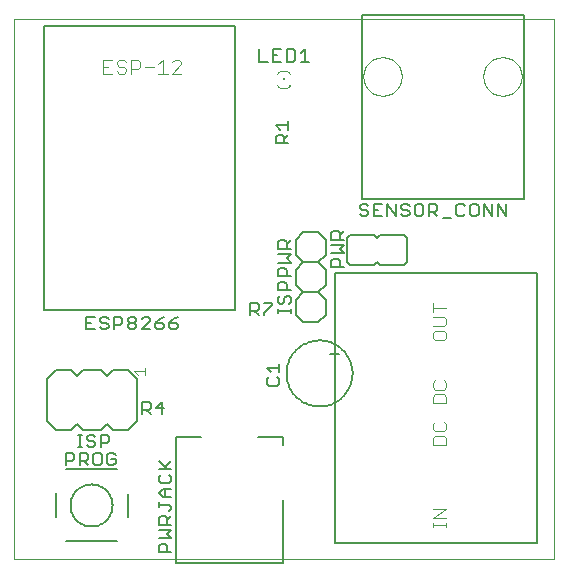
<source format=gto>
G75*
G70*
%OFA0B0*%
%FSLAX24Y24*%
%IPPOS*%
%LPD*%
%AMOC8*
5,1,8,0,0,1.08239X$1,22.5*
%
%ADD10C,0.0000*%
%ADD11C,0.0080*%
%ADD12C,0.0050*%
%ADD13C,0.0040*%
%ADD14C,0.0060*%
%ADD15R,0.0079X0.0079*%
%ADD16R,0.0059X0.0098*%
%ADD17C,0.0030*%
D10*
X000280Y001800D02*
X000280Y019800D01*
X018280Y019800D01*
X018280Y001800D01*
X000280Y001800D01*
X011940Y017900D02*
X011942Y017950D01*
X011948Y018000D01*
X011958Y018049D01*
X011971Y018098D01*
X011989Y018145D01*
X012010Y018191D01*
X012034Y018234D01*
X012062Y018276D01*
X012093Y018316D01*
X012127Y018353D01*
X012164Y018387D01*
X012204Y018418D01*
X012246Y018446D01*
X012289Y018470D01*
X012335Y018491D01*
X012382Y018509D01*
X012431Y018522D01*
X012480Y018532D01*
X012530Y018538D01*
X012580Y018540D01*
X012630Y018538D01*
X012680Y018532D01*
X012729Y018522D01*
X012778Y018509D01*
X012825Y018491D01*
X012871Y018470D01*
X012914Y018446D01*
X012956Y018418D01*
X012996Y018387D01*
X013033Y018353D01*
X013067Y018316D01*
X013098Y018276D01*
X013126Y018234D01*
X013150Y018191D01*
X013171Y018145D01*
X013189Y018098D01*
X013202Y018049D01*
X013212Y018000D01*
X013218Y017950D01*
X013220Y017900D01*
X013218Y017850D01*
X013212Y017800D01*
X013202Y017751D01*
X013189Y017702D01*
X013171Y017655D01*
X013150Y017609D01*
X013126Y017566D01*
X013098Y017524D01*
X013067Y017484D01*
X013033Y017447D01*
X012996Y017413D01*
X012956Y017382D01*
X012914Y017354D01*
X012871Y017330D01*
X012825Y017309D01*
X012778Y017291D01*
X012729Y017278D01*
X012680Y017268D01*
X012630Y017262D01*
X012580Y017260D01*
X012530Y017262D01*
X012480Y017268D01*
X012431Y017278D01*
X012382Y017291D01*
X012335Y017309D01*
X012289Y017330D01*
X012246Y017354D01*
X012204Y017382D01*
X012164Y017413D01*
X012127Y017447D01*
X012093Y017484D01*
X012062Y017524D01*
X012034Y017566D01*
X012010Y017609D01*
X011989Y017655D01*
X011971Y017702D01*
X011958Y017751D01*
X011948Y017800D01*
X011942Y017850D01*
X011940Y017900D01*
X015940Y017900D02*
X015942Y017950D01*
X015948Y018000D01*
X015958Y018049D01*
X015971Y018098D01*
X015989Y018145D01*
X016010Y018191D01*
X016034Y018234D01*
X016062Y018276D01*
X016093Y018316D01*
X016127Y018353D01*
X016164Y018387D01*
X016204Y018418D01*
X016246Y018446D01*
X016289Y018470D01*
X016335Y018491D01*
X016382Y018509D01*
X016431Y018522D01*
X016480Y018532D01*
X016530Y018538D01*
X016580Y018540D01*
X016630Y018538D01*
X016680Y018532D01*
X016729Y018522D01*
X016778Y018509D01*
X016825Y018491D01*
X016871Y018470D01*
X016914Y018446D01*
X016956Y018418D01*
X016996Y018387D01*
X017033Y018353D01*
X017067Y018316D01*
X017098Y018276D01*
X017126Y018234D01*
X017150Y018191D01*
X017171Y018145D01*
X017189Y018098D01*
X017202Y018049D01*
X017212Y018000D01*
X017218Y017950D01*
X017220Y017900D01*
X017218Y017850D01*
X017212Y017800D01*
X017202Y017751D01*
X017189Y017702D01*
X017171Y017655D01*
X017150Y017609D01*
X017126Y017566D01*
X017098Y017524D01*
X017067Y017484D01*
X017033Y017447D01*
X016996Y017413D01*
X016956Y017382D01*
X016914Y017354D01*
X016871Y017330D01*
X016825Y017309D01*
X016778Y017291D01*
X016729Y017278D01*
X016680Y017268D01*
X016630Y017262D01*
X016580Y017260D01*
X016530Y017262D01*
X016480Y017268D01*
X016431Y017278D01*
X016382Y017291D01*
X016335Y017309D01*
X016289Y017330D01*
X016246Y017354D01*
X016204Y017382D01*
X016164Y017413D01*
X016127Y017447D01*
X016093Y017484D01*
X016062Y017524D01*
X016034Y017566D01*
X016010Y017609D01*
X015989Y017655D01*
X015971Y017702D01*
X015958Y017751D01*
X015948Y017800D01*
X015942Y017850D01*
X015940Y017900D01*
D11*
X017280Y019950D02*
X011880Y019950D01*
X011880Y013800D01*
X017280Y013800D01*
X017280Y019950D01*
X016704Y013660D02*
X016704Y013240D01*
X016424Y013660D01*
X016424Y013240D01*
X016244Y013240D02*
X016244Y013660D01*
X015964Y013660D02*
X016244Y013240D01*
X015964Y013240D02*
X015964Y013660D01*
X015783Y013590D02*
X015713Y013660D01*
X015573Y013660D01*
X015503Y013590D01*
X015503Y013310D01*
X015573Y013240D01*
X015713Y013240D01*
X015783Y013310D01*
X015783Y013590D01*
X015323Y013590D02*
X015253Y013660D01*
X015113Y013660D01*
X015043Y013590D01*
X015043Y013310D01*
X015113Y013240D01*
X015253Y013240D01*
X015323Y013310D01*
X014863Y013170D02*
X014582Y013170D01*
X014402Y013240D02*
X014262Y013380D01*
X014332Y013380D02*
X014122Y013380D01*
X014122Y013240D02*
X014122Y013660D01*
X014332Y013660D01*
X014402Y013590D01*
X014402Y013450D01*
X014332Y013380D01*
X013942Y013310D02*
X013942Y013590D01*
X013872Y013660D01*
X013732Y013660D01*
X013662Y013590D01*
X013662Y013310D01*
X013732Y013240D01*
X013872Y013240D01*
X013942Y013310D01*
X013481Y013310D02*
X013411Y013240D01*
X013271Y013240D01*
X013201Y013310D01*
X013271Y013450D02*
X013411Y013450D01*
X013481Y013380D01*
X013481Y013310D01*
X013271Y013450D02*
X013201Y013520D01*
X013201Y013590D01*
X013271Y013660D01*
X013411Y013660D01*
X013481Y013590D01*
X013021Y013660D02*
X013021Y013240D01*
X012741Y013660D01*
X012741Y013240D01*
X012561Y013240D02*
X012280Y013240D01*
X012280Y013660D01*
X012561Y013660D01*
X012421Y013450D02*
X012280Y013450D01*
X012100Y013380D02*
X012100Y013310D01*
X012030Y013240D01*
X011890Y013240D01*
X011820Y013310D01*
X011890Y013450D02*
X011820Y013520D01*
X011820Y013590D01*
X011890Y013660D01*
X012030Y013660D01*
X012100Y013590D01*
X012030Y013450D02*
X012100Y013380D01*
X012030Y013450D02*
X011890Y013450D01*
X011290Y012741D02*
X011150Y012601D01*
X011150Y012671D02*
X011150Y012461D01*
X011290Y012461D02*
X010870Y012461D01*
X010870Y012671D01*
X010940Y012741D01*
X011080Y012741D01*
X011150Y012671D01*
X011290Y012281D02*
X010870Y012281D01*
X010870Y012000D02*
X011290Y012000D01*
X011150Y012141D01*
X011290Y012281D01*
X011080Y011820D02*
X010940Y011820D01*
X010870Y011750D01*
X010870Y011540D01*
X011290Y011540D01*
X011150Y011540D02*
X011150Y011750D01*
X011080Y011820D01*
X009520Y011698D02*
X009380Y011838D01*
X009520Y011978D01*
X009100Y011978D01*
X009100Y012158D02*
X009100Y012369D01*
X009170Y012439D01*
X009310Y012439D01*
X009380Y012369D01*
X009380Y012158D01*
X009520Y012158D02*
X009100Y012158D01*
X009380Y012299D02*
X009520Y012439D01*
X009520Y011698D02*
X009100Y011698D01*
X009170Y011518D02*
X009310Y011518D01*
X009380Y011448D01*
X009380Y011238D01*
X009520Y011238D02*
X009100Y011238D01*
X009100Y011448D01*
X009170Y011518D01*
X009170Y011058D02*
X009310Y011058D01*
X009380Y010988D01*
X009380Y010777D01*
X009520Y010777D02*
X009100Y010777D01*
X009100Y010988D01*
X009170Y011058D01*
X009170Y010597D02*
X009100Y010527D01*
X009100Y010387D01*
X009170Y010317D01*
X009240Y010317D01*
X009310Y010387D01*
X009310Y010527D01*
X009380Y010597D01*
X009450Y010597D01*
X009520Y010527D01*
X009520Y010387D01*
X009450Y010317D01*
X009520Y010150D02*
X009520Y010010D01*
X009520Y010080D02*
X009100Y010080D01*
X009100Y010010D02*
X009100Y010150D01*
X008911Y010290D02*
X008630Y010010D01*
X008630Y009940D01*
X008450Y009940D02*
X008310Y010080D01*
X008380Y010080D02*
X008170Y010080D01*
X008170Y009940D02*
X008170Y010360D01*
X008380Y010360D01*
X008450Y010290D01*
X008450Y010150D01*
X008380Y010080D01*
X008630Y010360D02*
X008911Y010360D01*
X008911Y010290D01*
X009140Y008331D02*
X009140Y008050D01*
X009140Y008191D02*
X008720Y008191D01*
X008860Y008050D01*
X008790Y007870D02*
X008720Y007800D01*
X008720Y007660D01*
X008790Y007590D01*
X009070Y007590D01*
X009140Y007660D01*
X009140Y007800D01*
X009070Y007870D01*
X009252Y005894D02*
X008425Y005894D01*
X009252Y005894D02*
X009252Y005618D01*
X009252Y003768D02*
X009252Y001681D01*
X005708Y001681D01*
X005708Y005894D01*
X006535Y005894D01*
X005540Y005083D02*
X005330Y004872D01*
X005400Y004802D02*
X005120Y005083D01*
X005120Y004802D02*
X005540Y004802D01*
X005470Y004622D02*
X005540Y004552D01*
X005540Y004412D01*
X005470Y004342D01*
X005190Y004342D01*
X005120Y004412D01*
X005120Y004552D01*
X005190Y004622D01*
X005260Y004162D02*
X005540Y004162D01*
X005330Y004162D02*
X005330Y003882D01*
X005260Y003882D02*
X005120Y004022D01*
X005260Y004162D01*
X005260Y003882D02*
X005540Y003882D01*
X005470Y003631D02*
X005120Y003631D01*
X005120Y003561D02*
X005120Y003701D01*
X005470Y003631D02*
X005540Y003561D01*
X005540Y003491D01*
X005470Y003421D01*
X005540Y003241D02*
X005400Y003101D01*
X005400Y003171D02*
X005400Y002961D01*
X005540Y002961D02*
X005120Y002961D01*
X005120Y003171D01*
X005190Y003241D01*
X005330Y003241D01*
X005400Y003171D01*
X005540Y002781D02*
X005120Y002781D01*
X005120Y002500D02*
X005540Y002500D01*
X005400Y002641D01*
X005540Y002781D01*
X005330Y002320D02*
X005190Y002320D01*
X005120Y002250D01*
X005120Y002040D01*
X005540Y002040D01*
X005400Y002040D02*
X005400Y002250D01*
X005330Y002320D01*
X004080Y003200D02*
X004080Y003993D01*
X003730Y004800D02*
X002030Y004800D01*
X002020Y004940D02*
X002020Y005360D01*
X002230Y005360D01*
X002300Y005290D01*
X002300Y005150D01*
X002230Y005080D01*
X002020Y005080D01*
X002480Y005080D02*
X002691Y005080D01*
X002761Y005150D01*
X002761Y005290D01*
X002691Y005360D01*
X002480Y005360D01*
X002480Y004940D01*
X002621Y005080D02*
X002761Y004940D01*
X002941Y005010D02*
X002941Y005290D01*
X003011Y005360D01*
X003151Y005360D01*
X003221Y005290D01*
X003221Y005010D01*
X003151Y004940D01*
X003011Y004940D01*
X002941Y005010D01*
X003401Y005010D02*
X003471Y004940D01*
X003611Y004940D01*
X003681Y005010D01*
X003681Y005150D01*
X003541Y005150D01*
X003401Y005290D02*
X003401Y005010D01*
X003401Y005290D02*
X003471Y005360D01*
X003611Y005360D01*
X003681Y005290D01*
X003398Y005680D02*
X003187Y005680D01*
X003187Y005540D02*
X003187Y005960D01*
X003398Y005960D01*
X003468Y005890D01*
X003468Y005750D01*
X003398Y005680D01*
X003007Y005680D02*
X003007Y005610D01*
X002937Y005540D01*
X002797Y005540D01*
X002727Y005610D01*
X002797Y005750D02*
X002727Y005820D01*
X002727Y005890D01*
X002797Y005960D01*
X002937Y005960D01*
X003007Y005890D01*
X002937Y005750D02*
X003007Y005680D01*
X002937Y005750D02*
X002797Y005750D01*
X002560Y005540D02*
X002420Y005540D01*
X002490Y005540D02*
X002490Y005960D01*
X002420Y005960D02*
X002560Y005960D01*
X001680Y004005D02*
X001680Y003200D01*
X002030Y002400D02*
X003730Y002400D01*
X002180Y003600D02*
X002182Y003652D01*
X002188Y003704D01*
X002198Y003756D01*
X002211Y003806D01*
X002228Y003856D01*
X002249Y003904D01*
X002274Y003950D01*
X002302Y003994D01*
X002333Y004036D01*
X002367Y004076D01*
X002404Y004113D01*
X002444Y004147D01*
X002486Y004178D01*
X002530Y004206D01*
X002576Y004231D01*
X002624Y004252D01*
X002674Y004269D01*
X002724Y004282D01*
X002776Y004292D01*
X002828Y004298D01*
X002880Y004300D01*
X002932Y004298D01*
X002984Y004292D01*
X003036Y004282D01*
X003086Y004269D01*
X003136Y004252D01*
X003184Y004231D01*
X003230Y004206D01*
X003274Y004178D01*
X003316Y004147D01*
X003356Y004113D01*
X003393Y004076D01*
X003427Y004036D01*
X003458Y003994D01*
X003486Y003950D01*
X003511Y003904D01*
X003532Y003856D01*
X003549Y003806D01*
X003562Y003756D01*
X003572Y003704D01*
X003578Y003652D01*
X003580Y003600D01*
X003578Y003548D01*
X003572Y003496D01*
X003562Y003444D01*
X003549Y003394D01*
X003532Y003344D01*
X003511Y003296D01*
X003486Y003250D01*
X003458Y003206D01*
X003427Y003164D01*
X003393Y003124D01*
X003356Y003087D01*
X003316Y003053D01*
X003274Y003022D01*
X003230Y002994D01*
X003184Y002969D01*
X003136Y002948D01*
X003086Y002931D01*
X003036Y002918D01*
X002984Y002908D01*
X002932Y002902D01*
X002880Y002900D01*
X002828Y002902D01*
X002776Y002908D01*
X002724Y002918D01*
X002674Y002931D01*
X002624Y002948D01*
X002576Y002969D01*
X002530Y002994D01*
X002486Y003022D01*
X002444Y003053D01*
X002404Y003087D01*
X002367Y003124D01*
X002333Y003164D01*
X002302Y003206D01*
X002274Y003250D01*
X002249Y003296D01*
X002228Y003344D01*
X002211Y003394D01*
X002198Y003444D01*
X002188Y003496D01*
X002182Y003548D01*
X002180Y003600D01*
X004570Y006640D02*
X004570Y007060D01*
X004780Y007060D01*
X004850Y006990D01*
X004850Y006850D01*
X004780Y006780D01*
X004570Y006780D01*
X004710Y006780D02*
X004850Y006640D01*
X005030Y006850D02*
X005311Y006850D01*
X005241Y006640D02*
X005241Y007060D01*
X005030Y006850D01*
X005079Y009471D02*
X005009Y009542D01*
X005009Y009682D01*
X005220Y009682D01*
X005290Y009612D01*
X005290Y009542D01*
X005220Y009471D01*
X005079Y009471D01*
X005009Y009682D02*
X005149Y009822D01*
X005290Y009892D01*
X005470Y009682D02*
X005680Y009682D01*
X005750Y009612D01*
X005750Y009542D01*
X005680Y009471D01*
X005540Y009471D01*
X005470Y009542D01*
X005470Y009682D01*
X005610Y009822D01*
X005750Y009892D01*
X004829Y009822D02*
X004829Y009752D01*
X004549Y009471D01*
X004829Y009471D01*
X004829Y009822D02*
X004759Y009892D01*
X004619Y009892D01*
X004549Y009822D01*
X004369Y009822D02*
X004369Y009752D01*
X004299Y009682D01*
X004159Y009682D01*
X004089Y009752D01*
X004089Y009822D01*
X004159Y009892D01*
X004299Y009892D01*
X004369Y009822D01*
X004299Y009682D02*
X004369Y009612D01*
X004369Y009542D01*
X004299Y009471D01*
X004159Y009471D01*
X004089Y009542D01*
X004089Y009612D01*
X004159Y009682D01*
X003908Y009682D02*
X003908Y009822D01*
X003838Y009892D01*
X003628Y009892D01*
X003628Y009471D01*
X003628Y009612D02*
X003838Y009612D01*
X003908Y009682D01*
X003448Y009612D02*
X003448Y009542D01*
X003378Y009471D01*
X003238Y009471D01*
X003168Y009542D01*
X003238Y009682D02*
X003378Y009682D01*
X003448Y009612D01*
X003448Y009822D02*
X003378Y009892D01*
X003238Y009892D01*
X003168Y009822D01*
X003168Y009752D01*
X003238Y009682D01*
X002988Y009892D02*
X002707Y009892D01*
X002707Y009471D01*
X002988Y009471D01*
X002848Y009682D02*
X002707Y009682D01*
X009020Y015669D02*
X009020Y015879D01*
X009090Y015949D01*
X009230Y015949D01*
X009300Y015879D01*
X009300Y015669D01*
X009440Y015669D02*
X009020Y015669D01*
X009300Y015809D02*
X009440Y015949D01*
X009440Y016130D02*
X009440Y016410D01*
X009440Y016270D02*
X009020Y016270D01*
X009160Y016130D01*
X009211Y018390D02*
X008930Y018390D01*
X008930Y018810D01*
X009211Y018810D01*
X009391Y018810D02*
X009601Y018810D01*
X009671Y018740D01*
X009671Y018460D01*
X009601Y018390D01*
X009391Y018390D01*
X009391Y018810D01*
X009071Y018600D02*
X008930Y018600D01*
X008750Y018390D02*
X008470Y018390D01*
X008470Y018810D01*
X009851Y018670D02*
X009991Y018810D01*
X009991Y018390D01*
X009851Y018390D02*
X010131Y018390D01*
D12*
X007658Y019588D02*
X001280Y019588D01*
X001280Y010100D01*
X007658Y010100D01*
X007658Y019588D01*
X010980Y011350D02*
X010980Y002350D01*
X017730Y002350D01*
X017730Y011350D01*
X010980Y011350D01*
X004380Y007800D02*
X004380Y006400D01*
X004080Y006100D01*
X003580Y006100D01*
X003380Y006300D01*
X003180Y006100D01*
X002580Y006100D01*
X002380Y006300D01*
X002180Y006100D01*
X001680Y006100D01*
X001380Y006400D01*
X001380Y007800D01*
X001680Y008100D01*
X002180Y008100D01*
X002380Y007900D01*
X002580Y008100D01*
X003180Y008100D01*
X003380Y007900D01*
X003580Y008100D01*
X004080Y008100D01*
X004380Y007800D01*
D13*
X009063Y017603D02*
X009086Y017580D01*
X009112Y017560D01*
X009140Y017543D01*
X009169Y017529D01*
X009200Y017518D01*
X009231Y017511D01*
X009264Y017507D01*
X009296Y017507D01*
X009329Y017511D01*
X009360Y017518D01*
X009391Y017529D01*
X009420Y017543D01*
X009448Y017560D01*
X009474Y017580D01*
X009497Y017603D01*
X009497Y017997D02*
X009474Y018020D01*
X009448Y018040D01*
X009420Y018057D01*
X009391Y018071D01*
X009360Y018082D01*
X009329Y018089D01*
X009296Y018093D01*
X009264Y018093D01*
X009231Y018089D01*
X009200Y018082D01*
X009169Y018071D01*
X009140Y018057D01*
X009112Y018040D01*
X009086Y018020D01*
X009063Y017997D01*
X005877Y017994D02*
X005570Y017994D01*
X005877Y018301D01*
X005877Y018378D01*
X005801Y018454D01*
X005647Y018454D01*
X005570Y018378D01*
X005264Y018454D02*
X005264Y017994D01*
X005417Y017994D02*
X005110Y017994D01*
X004957Y018224D02*
X004650Y018224D01*
X004496Y018224D02*
X004496Y018378D01*
X004419Y018454D01*
X004189Y018454D01*
X004189Y017994D01*
X004189Y018147D02*
X004419Y018147D01*
X004496Y018224D01*
X004036Y018147D02*
X004036Y018071D01*
X003959Y017994D01*
X003806Y017994D01*
X003729Y018071D01*
X003806Y018224D02*
X003959Y018224D01*
X004036Y018147D01*
X004036Y018378D02*
X003959Y018454D01*
X003806Y018454D01*
X003729Y018378D01*
X003729Y018301D01*
X003806Y018224D01*
X003575Y017994D02*
X003269Y017994D01*
X003269Y018454D01*
X003575Y018454D01*
X003422Y018224D02*
X003269Y018224D01*
X005110Y018301D02*
X005264Y018454D01*
X014250Y010348D02*
X014250Y010041D01*
X014250Y010194D02*
X014710Y010194D01*
X014633Y009887D02*
X014250Y009887D01*
X014250Y009580D02*
X014633Y009580D01*
X014710Y009657D01*
X014710Y009811D01*
X014633Y009887D01*
X014633Y009427D02*
X014326Y009427D01*
X014250Y009350D01*
X014250Y009197D01*
X014326Y009120D01*
X014633Y009120D01*
X014710Y009197D01*
X014710Y009350D01*
X014633Y009427D01*
X014633Y007768D02*
X014710Y007692D01*
X014710Y007538D01*
X014633Y007462D01*
X014326Y007462D01*
X014250Y007538D01*
X014250Y007692D01*
X014326Y007768D01*
X014326Y007308D02*
X014250Y007231D01*
X014250Y007001D01*
X014710Y007001D01*
X014710Y007231D01*
X014633Y007308D01*
X014326Y007308D01*
X014326Y006387D02*
X014250Y006311D01*
X014250Y006157D01*
X014326Y006080D01*
X014633Y006080D01*
X014710Y006157D01*
X014710Y006311D01*
X014633Y006387D01*
X014633Y005927D02*
X014326Y005927D01*
X014250Y005850D01*
X014250Y005620D01*
X014710Y005620D01*
X014710Y005850D01*
X014633Y005927D01*
X014710Y003484D02*
X014250Y003484D01*
X014250Y003177D02*
X014710Y003484D01*
X014710Y003177D02*
X014250Y003177D01*
X014250Y003023D02*
X014250Y002870D01*
X014250Y002947D02*
X014710Y002947D01*
X014710Y003023D02*
X014710Y002870D01*
D14*
X009380Y008000D02*
X009382Y008066D01*
X009388Y008131D01*
X009398Y008196D01*
X009411Y008261D01*
X009429Y008324D01*
X009450Y008387D01*
X009475Y008447D01*
X009504Y008507D01*
X009536Y008564D01*
X009571Y008620D01*
X009610Y008673D01*
X009652Y008724D01*
X009696Y008772D01*
X009744Y008817D01*
X009794Y008860D01*
X009847Y008899D01*
X009902Y008936D01*
X009959Y008969D01*
X010018Y008998D01*
X010078Y009024D01*
X010140Y009046D01*
X010203Y009065D01*
X010267Y009079D01*
X010332Y009090D01*
X010398Y009097D01*
X010464Y009100D01*
X010529Y009099D01*
X010595Y009094D01*
X010660Y009085D01*
X010725Y009072D01*
X010788Y009056D01*
X010851Y009036D01*
X010912Y009011D01*
X010972Y008984D01*
X011030Y008953D01*
X011086Y008918D01*
X011140Y008880D01*
X011191Y008839D01*
X011240Y008795D01*
X011286Y008748D01*
X011330Y008699D01*
X011370Y008647D01*
X011407Y008592D01*
X011441Y008536D01*
X011471Y008477D01*
X011498Y008417D01*
X011521Y008356D01*
X011540Y008293D01*
X011556Y008229D01*
X011568Y008164D01*
X011576Y008099D01*
X011580Y008033D01*
X011580Y007967D01*
X011576Y007901D01*
X011568Y007836D01*
X011556Y007771D01*
X011540Y007707D01*
X011521Y007644D01*
X011498Y007583D01*
X011471Y007523D01*
X011441Y007464D01*
X011407Y007408D01*
X011370Y007353D01*
X011330Y007301D01*
X011286Y007252D01*
X011240Y007205D01*
X011191Y007161D01*
X011140Y007120D01*
X011086Y007082D01*
X011030Y007047D01*
X010972Y007016D01*
X010912Y006989D01*
X010851Y006964D01*
X010788Y006944D01*
X010725Y006928D01*
X010660Y006915D01*
X010595Y006906D01*
X010529Y006901D01*
X010464Y006900D01*
X010398Y006903D01*
X010332Y006910D01*
X010267Y006921D01*
X010203Y006935D01*
X010140Y006954D01*
X010078Y006976D01*
X010018Y007002D01*
X009959Y007031D01*
X009902Y007064D01*
X009847Y007101D01*
X009794Y007140D01*
X009744Y007183D01*
X009696Y007228D01*
X009652Y007276D01*
X009610Y007327D01*
X009571Y007380D01*
X009536Y007436D01*
X009504Y007493D01*
X009475Y007553D01*
X009450Y007613D01*
X009429Y007676D01*
X009411Y007739D01*
X009398Y007804D01*
X009388Y007869D01*
X009382Y007934D01*
X009380Y008000D01*
X010830Y008650D02*
X010980Y008650D01*
X011130Y008650D01*
X010980Y008650D02*
X010980Y008500D01*
X010980Y008650D02*
X010980Y008800D01*
X010430Y009700D02*
X009930Y009700D01*
X009680Y009950D01*
X009680Y010450D01*
X009930Y010700D01*
X009680Y010950D01*
X009680Y011450D01*
X009930Y011700D01*
X009680Y011950D01*
X009680Y012450D01*
X009930Y012700D01*
X010430Y012700D01*
X010680Y012450D01*
X010680Y011950D01*
X010430Y011700D01*
X010680Y011450D01*
X010680Y010950D01*
X010430Y010700D01*
X010680Y010450D01*
X010680Y009950D01*
X010430Y009700D01*
X010430Y010700D02*
X009930Y010700D01*
X009930Y011700D02*
X010430Y011700D01*
X011380Y011700D02*
X011480Y011600D01*
X012280Y011600D01*
X012380Y011700D01*
X012480Y011600D01*
X013280Y011600D01*
X013380Y011700D01*
X013380Y012500D01*
X013280Y012600D01*
X012480Y012600D01*
X012380Y012500D01*
X012280Y012600D01*
X011480Y012600D01*
X011380Y012500D01*
X011380Y011700D01*
D15*
X009280Y017800D03*
D16*
X009487Y017574D03*
D17*
X004665Y008194D02*
X004665Y007947D01*
X004665Y008070D02*
X004295Y008070D01*
X004418Y007947D01*
M02*

</source>
